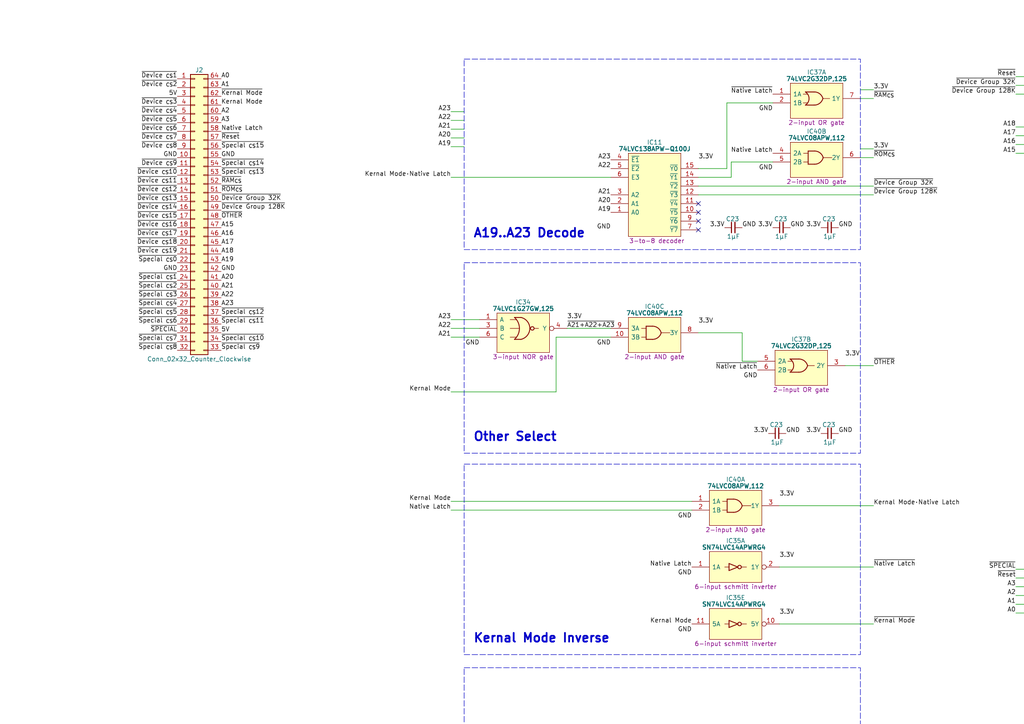
<source format=kicad_sch>
(kicad_sch (version 20230121) (generator eeschema)
  (paper "A4")
  (lib_symbols
    (symbol "Connector_Generic:Conn_02x32_Counter_Clockwise" (pin_names (offset 1.016) hide)
      (property "Reference" "J" (at 1.27 40.64 0))
      (property "Value" "Conn_02x32_Counter_Clockwise" (at 1.27 -43.18 0))
      (symbol "Conn_02x32_Counter_Clockwise_1_1"
        (pin passive line (at -5.08 38.1 0) (length 3.81) (name "Pin_1") (number "1"))
        (pin passive line (at -5.08 15.24 0) (length 3.81) (name "Pin_10") (number "10"))
        (pin passive line (at -5.08 12.7 0) (length 3.81) (name "Pin_11") (number "11"))
        (pin passive line (at -5.08 10.16 0) (length 3.81) (name "Pin_12") (number "12"))
        (pin passive line (at -5.08 7.62 0) (length 3.81) (name "Pin_13") (number "13"))
        (pin passive line (at -5.08 5.08 0) (length 3.81) (name "Pin_14") (number "14"))
        (pin passive line (at -5.08 2.54 0) (length 3.81) (name "Pin_15") (number "15"))
        (pin passive line (at -5.08 0 0) (length 3.81) (name "Pin_16") (number "16"))
        (pin passive line (at -5.08 -2.54 0) (length 3.81) (name "Pin_17") (number "17"))
        (pin passive line (at -5.08 -5.08 0) (length 3.81) (name "Pin_18") (number "18"))
        (pin passive line (at -5.08 -7.62 0) (length 3.81) (name "Pin_19") (number "19"))
        (pin passive line (at -5.08 35.56 0) (length 3.81) (name "Pin_2") (number "2"))
        (pin passive line (at -5.08 -10.16 0) (length 3.81) (name "Pin_20") (number "20"))
        (pin passive line (at -5.08 -12.7 0) (length 3.81) (name "Pin_21") (number "21"))
        (pin passive line (at -5.08 -15.24 0) (length 3.81) (name "Pin_22") (number "22"))
        (pin passive line (at -5.08 -17.78 0) (length 3.81) (name "Pin_23") (number "23"))
        (pin passive line (at -5.08 -20.32 0) (length 3.81) (name "Pin_24") (number "24"))
        (pin passive line (at -5.08 -22.86 0) (length 3.81) (name "Pin_25") (number "25"))
        (pin passive line (at -5.08 -25.4 0) (length 3.81) (name "Pin_26") (number "26"))
        (pin passive line (at -5.08 -27.94 0) (length 3.81) (name "Pin_27") (number "27"))
        (pin passive line (at -5.08 -30.48 0) (length 3.81) (name "Pin_28") (number "28"))
        (pin passive line (at -5.08 -33.02 0) (length 3.81) (name "Pin_29") (number "29"))
        (pin passive line (at -5.08 33.02 0) (length 3.81) (name "Pin_3") (number "3"))
        (pin passive line (at -5.08 -35.56 0) (length 3.81) (name "Pin_30") (number "30"))
        (pin passive line (at -5.08 -38.1 0) (length 3.81) (name "Pin_31") (number "31"))
        (pin passive line (at -5.08 -40.64 0) (length 3.81) (name "Pin_32") (number "32"))
        (pin passive line (at 7.62 -40.64 180) (length 3.81) (name "Pin_33") (number "33"))
        (pin passive line (at 7.62 -38.1 180) (length 3.81) (name "Pin_34") (number "34"))
        (pin passive line (at 7.62 -35.56 180) (length 3.81) (name "Pin_35") (number "35"))
        (pin passive line (at 7.62 -33.02 180) (length 3.81) (name "Pin_36") (number "36"))
        (pin passive line (at 7.62 -30.48 180) (length 3.81) (name "Pin_37") (number "37"))
        (pin passive line (at 7.62 -27.94 180) (length 3.81) (name "Pin_38") (number "38"))
        (pin passive line (at 7.62 -25.4 180) (length 3.81) (name "Pin_39") (number "39"))
        (pin passive line (at -5.08 30.48 0) (length 3.81) (name "Pin_4") (number "4"))
        (pin passive line (at 7.62 -22.86 180) (length 3.81) (name "Pin_40") (number "40"))
        (pin passive line (at 7.62 -20.32 180) (length 3.81) (name "Pin_41") (number "41"))
        (pin passive line (at 7.62 -17.78 180) (length 3.81) (name "Pin_42") (number "42"))
        (pin passive line (at 7.62 -15.24 180) (length 3.81) (name "Pin_43") (number "43"))
        (pin passive line (at 7.62 -12.7 180) (length 3.81) (name "Pin_44") (number "44"))
        (pin passive line (at 7.62 -10.16 180) (length 3.81) (name "Pin_45") (number "45"))
        (pin passive line (at 7.62 -7.62 180) (length 3.81) (name "Pin_46") (number "46"))
        (pin passive line (at 7.62 -5.08 180) (length 3.81) (name "Pin_47") (number "47"))
        (pin passive line (at 7.62 -2.54 180) (length 3.81) (name "Pin_48") (number "48"))
        (pin passive line (at 7.62 0 180) (length 3.81) (name "Pin_49") (number "49"))
        (pin passive line (at -5.08 27.94 0) (length 3.81) (name "Pin_5") (number "5"))
        (pin passive line (at 7.62 2.54 180) (length 3.81) (name "Pin_50") (number "50"))
        (pin passive line (at 7.62 5.08 180) (length 3.81) (name "Pin_51") (number "51"))
        (pin passive line (at 7.62 7.62 180) (length 3.81) (name "Pin_52") (number "52"))
        (pin passive line (at 7.62 10.16 180) (length 3.81) (name "Pin_53") (number "53"))
        (pin passive line (at 7.62 12.7 180) (length 3.81) (name "Pin_54") (number "54"))
        (pin passive line (at 7.62 15.24 180) (length 3.81) (name "Pin_55") (number "55"))
        (pin passive line (at 7.62 17.78 180) (length 3.81) (name "Pin_56") (number "56"))
        (pin passive line (at 7.62 20.32 180) (length 3.81) (name "Pin_57") (number "57"))
        (pin passive line (at 7.62 22.86 180) (length 3.81) (name "Pin_58") (number "58"))
        (pin passive line (at 7.62 25.4 180) (length 3.81) (name "Pin_59") (number "59"))
        (pin passive line (at -5.08 25.4 0) (length 3.81) (name "Pin_6") (number "6"))
        (pin passive line (at 7.62 27.94 180) (length 3.81) (name "Pin_60") (number "60"))
        (pin passive line (at 7.62 30.48 180) (length 3.81) (name "Pin_61") (number "61"))
        (pin passive line (at 7.62 33.02 180) (length 3.81) (name "Pin_62") (number "62"))
        (pin passive line (at 7.62 35.56 180) (length 3.81) (name "Pin_63") (number "63"))
        (pin passive line (at 7.62 38.1 180) (length 3.81) (name "Pin_64") (number "64"))
        (pin passive line (at -5.08 22.86 0) (length 3.81) (name "Pin_7") (number "7"))
        (pin passive line (at -5.08 20.32 0) (length 3.81) (name "Pin_8") (number "8"))
        (pin passive line (at -5.08 17.78 0) (length 3.81) (name "Pin_9") (number "9"))
      )
    )
    (symbol "Diodes_Inc:AP7365-33WG-7" (pin_names (offset 0.762))
      (property "Reference" "IC" (at 12.7 5.08 0))
      (property "Value" "AP7365-33WG-7" (at 12.7 3.175 0))
      (property "Description" "3.3V LDO voltage regulator" (at 12.7 -8.255 0))
      (symbol "AP7365-33WG-7_0_0"
        (pin passive line (at 0 0 0) (length 5.08) (name "VIN") (number "1"))
        (pin passive line (at 0 -5.08 0) (length 5.08) (name "GND") (number "2"))
        (pin input line (at 0 -2.54 0) (length 5.08) (name "EN") (number "3"))
        (pin passive line (at 25.4 -5.08 180) (length 5.08) (name "ADJ") (number "4"))
        (pin passive line (at 25.4 0 180) (length 5.08) (name "VOUT") (number "5"))
      )
    )
    (symbol "HCP65:C_0805" (pin_numbers hide) (pin_names (offset 0.254) hide)
      (property "Reference" "C" (at 2.286 2.54 0))
      (property "Value" "?μF" (at 2.54 -2.54 0))
      (symbol "C_0805_1_1"
        (pin passive line (at 0 0 0) (length 2.032) (name "~") (number "1"))
        (pin passive line (at 5.08 0 180) (length 2.032) (name "~") (number "2"))
      )
    )
    (symbol "Nexperia:74LVC08APW,112_Multi" (pin_names (offset 0.762))
      (property "Reference" "IC" (at 12.7 6.35 0))
      (property "Value" "74LVC08APW,112" (at 12.7 4.445 0))
      (property "Description" "2-input AND gate" (at 12.7 -8.255 0))
      (symbol "74LVC08APW,112_Multi_0_0"
        (pin passive line (at 25.4 1.27 180) (length 5.08) hide (name "3V") (number "14"))
        (pin passive line (at 0 -5.08 0) (length 5.08) hide (name "GND") (number "7"))
      )
      (symbol "74LVC08APW,112_Multi_1_0"
        (pin input line (at 0 0 0) (length 5.08) (name "1A") (number "1"))
        (pin input line (at 0 -2.54 0) (length 5.08) (name "1B") (number "2"))
        (pin passive line (at 25.4 -1.27 180) (length 5.08) (name "1Y") (number "3"))
      )
      (symbol "74LVC08APW,112_Multi_2_0"
        (pin input line (at 0 0 0) (length 5.08) (name "2A") (number "4"))
        (pin input line (at 0 -2.54 0) (length 5.08) (name "2B") (number "5"))
        (pin output line (at 25.4 -1.27 180) (length 5.08) (name "2Y") (number "6"))
      )
      (symbol "74LVC08APW,112_Multi_3_0"
        (pin input line (at 0 -2.54 0) (length 5.08) (name "3B") (number "10"))
        (pin output line (at 25.4 -1.27 180) (length 5.08) (name "3Y") (number "8"))
        (pin input line (at 0 0 0) (length 5.08) (name "3A") (number "9"))
      )
      (symbol "74LVC08APW,112_Multi_4_0"
        (pin output line (at 25.4 -1.27 180) (length 5.08) (name "4Y") (number "11"))
        (pin input line (at 0 0 0) (length 5.08) (name "4A") (number "12"))
        (pin input line (at 0 -2.54 0) (length 5.08) (name "4B") (number "13"))
      )
    )
    (symbol "Nexperia:74LVC138APW-Q100J" (pin_names (offset 0.762))
      (property "Reference" "IC" (at 12.7 3.175 0))
      (property "Value" "74LVC138APW-Q100J" (at 12.7 1.27 0))
      (property "Description" "3-to-8 decoder" (at 13.335 -25.4 0))
      (symbol "74LVC138APW-Q100J_0_0"
        (pin input line (at 0 -17.145 0) (length 5.08) (name "A0") (number "1"))
        (pin output line (at 25.4 -17.145 180) (length 5.08) (name "~{Y5}") (number "10"))
        (pin output line (at 25.4 -14.605 180) (length 5.08) (name "~{Y4}") (number "11"))
        (pin output line (at 25.4 -12.065 180) (length 5.08) (name "~{Y3}") (number "12"))
        (pin output line (at 25.4 -9.525 180) (length 5.08) (name "~{Y2}") (number "13"))
        (pin output line (at 25.4 -6.985 180) (length 5.08) (name "~{Y1}") (number "14"))
        (pin output line (at 25.4 -4.445 180) (length 5.08) (name "~{Y0}") (number "15"))
        (pin passive line (at 25.4 -1.905 180) (length 5.08) hide (name "3V") (number "16"))
        (pin input line (at 0 -14.605 0) (length 5.08) (name "A1") (number "2"))
        (pin input line (at 0 -12.065 0) (length 5.08) (name "A2") (number "3"))
        (pin input line (at 0 -1.905 0) (length 5.08) (name "~{E1}") (number "4"))
        (pin input line (at 0 -4.445 0) (length 5.08) (name "~{E2}") (number "5"))
        (pin input line (at 0 -6.985 0) (length 5.08) (name "E3") (number "6"))
        (pin output line (at 25.4 -22.225 180) (length 5.08) (name "~{Y7}") (number "7"))
        (pin passive line (at 0 -22.225 0) (length 5.08) hide (name "GND") (number "8"))
        (pin output line (at 25.4 -19.685 180) (length 5.08) (name "~{Y6}") (number "9"))
      )
    )
    (symbol "Nexperia:74LVC1G27GW,125" (pin_names (offset 0.762))
      (property "Reference" "IC" (at 12.7 5.08 0))
      (property "Value" "74LVC1G27GW,125" (at 12.7 3.175 0))
      (property "Description" "3-input NOR gate" (at 12.7 -10.795 0))
      (symbol "74LVC1G27GW,125_0_0"
        (pin input line (at 0 0 0) (length 5.08) (name "A") (number "1"))
        (pin passive line (at 0 -7.62 0) (length 5.08) hide (name "GND") (number "2"))
        (pin input line (at 0 -2.54 0) (length 5.08) (name "B") (number "3"))
        (pin passive line (at 25.4 0 180) (length 5.08) hide (name "3V") (number "5"))
        (pin input line (at 0 -5.08 0) (length 5.08) (name "C") (number "6"))
      )
      (symbol "74LVC1G27GW,125_1_0"
        (pin output inverted (at 25.4 -2.54 180) (length 5.08) (name "Y") (number "4"))
      )
    )
    (symbol "Nexperia:74LVC2G32DP,125_Multi" (pin_names (offset 0.762))
      (property "Reference" "IC" (at 12.7 6.35 0))
      (property "Value" "74LVC2G32DP,125" (at 12.7 4.445 0))
      (property "Description" "2-input OR gate" (at 12.7 -8.255 0))
      (symbol "74LVC2G32DP,125_Multi_0_0"
        (pin passive line (at 0 -5.08 0) (length 5.08) hide (name "GND") (number "4"))
        (pin passive line (at 25.4 1.27 180) (length 5.08) hide (name "VCC") (number "8"))
      )
      (symbol "74LVC2G32DP,125_Multi_1_0"
        (pin input line (at 0 0 0) (length 5.08) (name "1A") (number "1"))
        (pin input line (at 0 -2.54 0) (length 5.08) (name "1B") (number "2"))
        (pin output line (at 25.4 -1.27 180) (length 5.08) (name "1Y") (number "7"))
      )
      (symbol "74LVC2G32DP,125_Multi_2_0"
        (pin output line (at 25.4 -1.27 180) (length 5.08) (name "2Y") (number "3"))
        (pin input line (at 0 0 0) (length 5.08) (name "2A") (number "5"))
        (pin input line (at 0 -2.54 0) (length 5.08) (name "2B") (number "6"))
      )
    )
    (symbol "Texas_Instruments:SN74LVC14APWRG4 _Multi" (pin_names (offset 0.762))
      (property "Reference" "IC" (at 12.7 7.62 0))
      (property "Value" "SN74LVC14APWRG4 " (at 12.7 5.715 0))
      (property "Description" "6-input schmitt inverter" (at 12.7 -5.715 0))
      (symbol "SN74LVC14APWRG4 _Multi_0_0"
        (pin passive line (at 25.4 2.54 180) (length 5.08) hide (name "3V") (number "14"))
        (pin passive line (at 0 -2.54 0) (length 5.08) hide (name "GND") (number "7"))
      )
      (symbol "SN74LVC14APWRG4 _Multi_1_0"
        (pin input line (at 0 0 0) (length 5.08) (name "1A") (number "1"))
        (pin output inverted (at 25.4 0 180) (length 5.08) (name "1Y") (number "2"))
      )
      (symbol "SN74LVC14APWRG4 _Multi_2_0"
        (pin input line (at 0 0 0) (length 5.08) (name "2A") (number "3"))
        (pin output inverted (at 25.4 0 180) (length 5.08) (name "2Y") (number "4"))
      )
      (symbol "SN74LVC14APWRG4 _Multi_3_0"
        (pin input line (at 0 0 0) (length 5.08) (name "3A") (number "5"))
        (pin output inverted (at 25.4 0 180) (length 5.08) (name "3Y") (number "6"))
      )
      (symbol "SN74LVC14APWRG4 _Multi_4_0"
        (pin output inverted (at 25.4 0 180) (length 5.08) (name "4Y") (number "8"))
        (pin input line (at 0 0 0) (length 5.08) (name "4A") (number "9"))
      )
      (symbol "SN74LVC14APWRG4 _Multi_5_0"
        (pin output inverted (at 25.4 0 180) (length 5.08) (name "5Y") (number "10"))
        (pin input line (at 0 0 0) (length 5.08) (name "5A") (number "11"))
      )
      (symbol "SN74LVC14APWRG4 _Multi_6_0"
        (pin output inverted (at 25.4 0 180) (length 5.08) (name "6Y") (number "12"))
        (pin input line (at 0 0 0) (length 5.08) (name "6A") (number "13"))
      )
    )
  )
  (junction (at 210.185 217.17))
  (junction (at 180.975 217.17))
  (no_connect (at 202.565 61.595))
  (no_connect (at 202.565 66.675))
  (no_connect (at 298.45 170.18))
  (no_connect (at 532.13 52.07))
  (no_connect (at 206.375 222.25))
  (no_connect (at 387.35 106.68))
  (no_connect (at 494.665 35.56))
  (no_connect (at 387.35 111.76))
  (no_connect (at 387.35 109.22))
  (no_connect (at 202.565 64.135))
  (no_connect (at 387.35 114.3))
  (no_connect (at 202.565 59.055))
  (no_connect (at 532.13 36.195))
  (wire (pts (xy 253.365 106.045) (xy 245.11 106.045)))
  (wire (pts (xy 417.195 46.99) (xy 387.35 46.99)))
  (wire (pts (xy 210.82 29.845) (xy 210.82 48.895)))
  (wire (pts (xy 417.195 177.8) (xy 386.715 177.8)))
  (wire (pts (xy 294.64 172.72) (xy 361.315 172.72)))
  (wire (pts (xy 337.185 64.135) (xy 361.95 64.135)))
  (wire (pts (xy 253.365 146.685) (xy 226.06 146.685)))
  (wire (pts (xy 210.82 48.895) (xy 202.565 48.895)))
  (wire (pts (xy 417.195 71.755) (xy 387.35 71.755)))
  (wire (pts (xy 294.64 24.765) (xy 298.45 24.765)))
  (wire (pts (xy 417.195 208.28) (xy 386.715 208.28)))
  (wire (pts (xy 417.195 49.53) (xy 387.35 49.53)))
  (wire (pts (xy 215.265 104.775) (xy 219.71 104.775)))
  (wire (pts (xy 215.265 96.52) (xy 215.265 104.775)))
  (wire (pts (xy 253.365 26.035) (xy 249.555 26.035)))
  (wire (pts (xy 417.195 76.835) (xy 387.35 76.835)))
  (wire (pts (xy 417.195 96.52) (xy 387.35 96.52)))
  (wire (pts (xy 212.09 51.435) (xy 212.09 46.99)))
  (wire (pts (xy 130.81 40.005) (xy 134.62 40.005)))
  (wire (pts (xy 417.195 167.64) (xy 386.715 167.64)))
  (wire (pts (xy 417.195 203.2) (xy 386.715 203.2)))
  (wire (pts (xy 210.185 217.17) (xy 215.265 217.17)))
  (wire (pts (xy 417.195 182.88) (xy 386.715 182.88)))
  (wire (pts (xy 417.195 79.375) (xy 387.35 79.375)))
  (wire (pts (xy 253.365 28.575) (xy 249.555 28.575)))
  (wire (pts (xy 417.195 36.83) (xy 387.35 36.83)))
  (wire (pts (xy 336.55 198.12) (xy 361.315 198.12)))
  (wire (pts (xy 226.06 180.975) (xy 253.365 180.975)))
  (wire (pts (xy 294.64 44.45) (xy 361.95 44.45)))
  (wire (pts (xy 417.195 205.74) (xy 386.715 205.74)))
  (wire (pts (xy 417.195 175.26) (xy 386.715 175.26)))
  (wire (pts (xy 332.74 165.1) (xy 332.74 162.56)))
  (wire (pts (xy 294.64 36.83) (xy 298.45 36.83)))
  (wire (pts (xy 212.09 46.99) (xy 224.155 46.99)))
  (wire (pts (xy 294.64 165.1) (xy 332.74 165.1)))
  (wire (pts (xy 294.64 22.225) (xy 298.45 22.225)))
  (wire (pts (xy 417.195 213.36) (xy 386.715 213.36)))
  (wire (pts (xy 130.81 113.665) (xy 161.29 113.665)))
  (wire (pts (xy 417.195 74.295) (xy 387.35 74.295)))
  (wire (pts (xy 294.64 167.64) (xy 361.315 167.64)))
  (wire (pts (xy 294.64 41.91) (xy 361.95 41.91)))
  (wire (pts (xy 417.195 44.45) (xy 387.35 44.45)))
  (wire (pts (xy 253.365 56.515) (xy 202.565 56.515)))
  (wire (pts (xy 210.185 222.25) (xy 210.185 217.17)))
  (wire (pts (xy 417.195 41.91) (xy 387.35 41.91)))
  (wire (pts (xy 253.365 53.975) (xy 202.565 53.975)))
  (wire (pts (xy 130.81 42.545) (xy 134.62 42.545)))
  (wire (pts (xy 417.195 215.9) (xy 386.715 215.9)))
  (wire (pts (xy 130.81 95.25) (xy 139.065 95.25)))
  (wire (pts (xy 130.81 97.79) (xy 139.065 97.79)))
  (wire (pts (xy 294.64 177.8) (xy 361.315 177.8)))
  (wire (pts (xy 417.195 210.82) (xy 386.715 210.82)))
  (wire (pts (xy 294.64 170.18) (xy 298.45 170.18)))
  (wire (pts (xy 130.81 34.925) (xy 134.62 34.925)))
  (wire (pts (xy 130.81 37.465) (xy 134.62 37.465)))
  (wire (pts (xy 164.465 95.25) (xy 177.165 95.25)))
  (wire (pts (xy 130.81 145.415) (xy 200.66 145.415)))
  (wire (pts (xy 417.195 198.12) (xy 386.715 198.12)))
  (wire (pts (xy 332.74 162.56) (xy 361.315 162.56)))
  (wire (pts (xy 417.195 200.66) (xy 386.715 200.66)))
  (wire (pts (xy 417.195 64.135) (xy 387.35 64.135)))
  (wire (pts (xy 130.81 32.385) (xy 134.62 32.385)))
  (wire (pts (xy 417.195 31.75) (xy 387.35 31.75)))
  (wire (pts (xy 417.195 104.14) (xy 387.35 104.14)))
  (wire (pts (xy 161.29 113.665) (xy 161.29 97.79)))
  (wire (pts (xy 417.195 39.37) (xy 387.35 39.37)))
  (wire (pts (xy 294.64 27.305) (xy 298.45 27.305)))
  (wire (pts (xy 253.365 43.18) (xy 249.555 43.18)))
  (wire (pts (xy 224.155 29.845) (xy 210.82 29.845)))
  (wire (pts (xy 130.81 147.955) (xy 200.66 147.955)))
  (wire (pts (xy 165.735 217.17) (xy 165.735 222.25)))
  (wire (pts (xy 180.975 217.17) (xy 180.975 219.71)))
  (wire (pts (xy 417.195 66.675) (xy 387.35 66.675)))
  (wire (pts (xy 206.375 217.17) (xy 210.185 217.17)))
  (wire (pts (xy 417.195 172.72) (xy 386.715 172.72)))
  (wire (pts (xy 165.735 217.17) (xy 180.975 217.17)))
  (wire (pts (xy 417.195 81.915) (xy 387.35 81.915)))
  (wire (pts (xy 417.195 34.29) (xy 387.35 34.29)))
  (wire (pts (xy 130.81 92.71) (xy 139.065 92.71)))
  (wire (pts (xy 202.565 51.435) (xy 212.09 51.435)))
  (wire (pts (xy 417.195 180.34) (xy 386.715 180.34)))
  (wire (pts (xy 253.365 45.72) (xy 249.555 45.72)))
  (wire (pts (xy 417.195 101.6) (xy 387.35 101.6)))
  (wire (pts (xy 161.29 97.79) (xy 177.165 97.79)))
  (wire (pts (xy 165.735 222.25) (xy 167.005 222.25)))
  (wire (pts (xy 226.06 164.465) (xy 253.365 164.465)))
  (wire (pts (xy 417.195 165.1) (xy 386.715 165.1)))
  (wire (pts (xy 417.195 69.215) (xy 387.35 69.215)))
  (wire (pts (xy 294.64 39.37) (xy 361.95 39.37)))
  (wire (pts (xy 417.195 99.06) (xy 387.35 99.06)))
  (wire (pts (xy 130.81 51.435) (xy 177.165 51.435)))
  (wire (pts (xy 202.565 96.52) (xy 215.265 96.52)))
  (wire (pts (xy 294.64 175.26) (xy 361.315 175.26)))
  (wire (pts (xy 417.195 170.18) (xy 386.715 170.18)))
  (rectangle (start 134.62 76.2) (end 249.555 131.445) (stroke (width 0) (type dash)))
  (rectangle (start 459.105 17.145) (end 574.04 72.39) (stroke (width 0) (type dash)))
  (rectangle (start 134.62 134.62) (end 249.555 189.865) (stroke (width 0) (type dash)))
  (rectangle (start 298.45 134.62) (end 413.385 248.92) (stroke (width 0) (type dash)))
  (rectangle (start 134.62 17.145) (end 249.555 72.39) (stroke (width 0) (type dash)))
  (rectangle (start 298.45 17.145) (end 413.385 131.445) (stroke (width 0) (type dash)))
  (rectangle (start 134.62 193.675) (end 249.555 248.92) (stroke (width 0) (type dash)))
  (text "Spares" (at 461.645 69.215 0) (effects (font (size 2.54 2.54) (thickness 0.508) bold) (justify left bottom)))
  (text "A19..A23 Decode" (at 137.16 69.215 0) (effects (font (size 2.54 2.54) (thickness 0.508) bold) (justify left bottom)))
  (text "Device Select" (at 300.355 130.175 0) (effects (font (size 2.54 2.54) (thickness 0.508) bold) (justify left bottom)))
  (text "Special Address Select" (at 300.355 247.65 0) (effects (font (size 2.54 2.54) (thickness 0.508) bold) (justify left bottom)))
  (text "Kernal Mode Inverse" (at 137.16 186.69 0) (effects (font (size 2.54 2.54) (thickness 0.508) bold) (justify left bottom)))
  (text "Power" (at 137.16 245.745 0) (effects (font (size 2.54 2.54) (thickness 0.508) bold) (justify left bottom)))
  (text "Other Select" (at 137.16 128.27 0) (effects (font (size 2.54 2.54) (thickness 0.508) bold) (justify left bottom)))
  (label "A15" (at 361.95 76.835 180))
  (label "~{Device _{CS}17}" (at 51.435 68.58 180))
  (label "GND" (at 177.165 66.675 180))
  (label "~{Device _{CS}10}" (at 417.195 69.215 0))
  (label "3.3V" (at 532.13 49.53 0))
  (label "A1" (at 64.135 25.4 0))
  (label "~{Device Group 128K}" (at 64.135 60.96 0))
  (label "~{Special _{CS}1}" (at 51.435 81.28 180))
  (label "~{Special _{CS}15}" (at 64.135 43.18 0))
  (label "3.3V" (at 238.125 125.73 180))
  (label "~{Special _{CS}9}" (at 417.195 200.66 0))
  (label "3.3V" (at 164.465 92.71 0))
  (label "3.3V" (at 386.715 162.56 0))
  (label "~{Device Group 32K}" (at 361.95 29.21 180))
  (label "~{ROM_{CS}}" (at 64.135 55.88 0))
  (label "~{Special _{CS}8}" (at 51.435 101.6 180))
  (label "GND" (at 506.73 53.34 180))
  (label "GND" (at 215.265 66.04 0))
  (label "~{Special _{CS}5}" (at 51.435 91.44 180))
  (label "GND" (at 506.73 36.195 180))
  (label "GND" (at 390.525 125.73 0))
  (label "A20" (at 130.81 40.005 180))
  (label "~{Device _{CS}9}" (at 51.435 48.26 180))
  (label "~{Device _{CS}4}" (at 417.195 41.91 0))
  (label "GND" (at 219.71 109.855 180))
  (label "3.3V" (at 202.565 93.98 0))
  (label "GND" (at 180.975 222.25 180))
  (label "A17" (at 294.64 39.37 180))
  (label "3.3V" (at 224.155 66.04 180))
  (label "~{Special _{CS}0}" (at 417.195 165.1 0))
  (label "GND" (at 361.315 215.9 180))
  (label "3.3V" (at 401.955 243.205 180))
  (label "GND" (at 361.95 49.53 180))
  (label "~{Device Group 32K}" (at 361.95 61.595 180))
  (label "~{Device _{CS}14}" (at 417.195 79.375 0))
  (label "~{SPECIAL}" (at 417.195 31.75 0))
  (label "Kernal Mode" (at 130.81 113.665 180))
  (label "~{RAM_{CS}}" (at 64.135 53.34 0))
  (label "3.3V" (at 494.665 33.02 0))
  (label "A22" (at 130.81 95.25 180))
  (label "~{Device _{CS}9}" (at 417.195 66.675 0))
  (label "3.3V" (at 387.35 93.98 0))
  (label "~{Device Group 128K}" (at 294.64 27.305 180))
  (label "~{Device _{CS}12}" (at 417.195 74.295 0))
  (label "~{Special _{CS}3}" (at 417.195 172.72 0))
  (label "~{Device _{CS}7}" (at 51.435 40.64 180))
  (label "A22" (at 64.135 86.36 0))
  (label "GND" (at 200.66 167.005 180))
  (label "GND" (at 215.265 222.25 0))
  (label "~{Device _{CS}3}" (at 51.435 30.48 180))
  (label "A18" (at 361.95 106.68 180))
  (label "~{Special _{CS}3}" (at 51.435 86.36 180))
  (label "~{Device _{CS}1}" (at 51.435 22.86 180))
  (label "~{Special _{CS}6}" (at 51.435 93.98 180))
  (label "GND" (at 224.155 49.53 180))
  (label "~{Device _{CS}19}" (at 417.195 104.14 0))
  (label "~{Special _{CS}13}" (at 417.195 210.82 0))
  (label "~{Special _{CS}2}" (at 417.195 170.18 0))
  (label "3.3V" (at 253.365 26.035 0))
  (label "Kernal Mode·Native Latch" (at 253.365 146.685 0))
  (label "A17" (at 64.135 71.12 0))
  (label "Native Latch" (at 130.81 147.955 180))
  (label "~{Device _{CS}2}" (at 417.195 36.83 0))
  (label "~{Device Group 128K}" (at 253.365 56.515 0))
  (label "~{Special _{CS}6}" (at 417.195 180.34 0))
  (label "A3" (at 294.64 170.18 180))
  (label "~{Reset}" (at 361.95 99.06 180))
  (label "3.3V" (at 253.365 43.18 0))
  (label "A18" (at 361.95 31.75 180))
  (label "A16" (at 294.64 41.91 180))
  (label "~{SPECIAL}" (at 294.64 165.1 180))
  (label "GND" (at 139.065 100.33 180))
  (label "A23" (at 177.165 46.355 180))
  (label "Kernal Mode" (at 130.81 145.415 180))
  (label "~{Special _{CS}11}" (at 64.135 93.98 0))
  (label "~{Special _{CS}0}" (at 51.435 76.2 180))
  (label "GND" (at 229.235 66.04 0))
  (label "~{Device _{CS}15}" (at 51.435 63.5 180))
  (label "~{Reset}" (at 311.785 64.135 180))
  (label "~{Device _{CS}13}" (at 51.435 58.42 180))
  (label "~{Special _{CS}2}" (at 51.435 83.82 180))
  (label "~{Special _{CS}5}" (at 417.195 177.8 0))
  (label "Native Latch" (at 200.66 164.465 180))
  (label "A21" (at 64.135 83.82 0))
  (label "GND" (at 311.785 66.675 180))
  (label "3.3V" (at 226.06 178.435 0))
  (label "Native Latch" (at 224.155 44.45 180))
  (label "Kernal Mode" (at 200.66 180.975 180))
  (label "A16" (at 64.135 68.58 0))
  (label "GND" (at 361.95 81.915 180))
  (label "A18" (at 64.135 73.66 0))
  (label "A22" (at 177.165 48.895 180))
  (label "GND" (at 243.205 125.73 0))
  (label "3.3V" (at 226.06 161.925 0))
  (label "~{Reset}" (at 294.64 22.225 180))
  (label "~{Reset}" (at 64.135 40.64 0))
  (label "A19" (at 64.135 76.2 0))
  (label "~{Native Latch}" (at 253.365 164.465 0))
  (label "GND" (at 361.95 114.3 180))
  (label "~{Special _{CS}7}" (at 417.195 182.88 0))
  (label "3.3V" (at 215.265 217.17 0))
  (label "A15" (at 294.64 44.45 180))
  (label "~{Special _{CS}1}" (at 417.195 167.64 0))
  (label "A19" (at 130.81 42.545 180))
  (label "~{Reset}" (at 294.64 167.64 180))
  (label "GND" (at 64.135 78.74 0))
  (label "~{Special _{CS}10}" (at 64.135 99.06 0))
  (label "~{Device _{CS}16}" (at 417.195 96.52 0))
  (label "A17" (at 361.95 71.755 180))
  (label "A23" (at 64.135 88.9 0))
  (label "~{Special _{CS}4}" (at 51.435 88.9 180))
  (label "A2" (at 294.64 172.72 180))
  (label "~{A21+A22+A23}" (at 164.465 95.25 0))
  (label "~{Device Group 32K}" (at 294.64 24.765 180))
  (label "~{RAM_{CS}}" (at 253.365 28.575 0))
  (label "~{Special _{CS}14}" (at 64.135 48.26 0))
  (label "~{Device _{CS}5}" (at 417.195 44.45 0))
  (label "~{OTHER}" (at 64.135 63.5 0))
  (label "~{Device Group 128K}" (at 361.95 93.98 180))
  (label "3.3V" (at 337.185 61.595 0))
  (label "~{Device _{CS}1}" (at 417.195 34.29 0))
  (label "A19" (at 177.165 61.595 180))
  (label "3.3V" (at 202.565 46.355 0))
  (label "3.3V" (at 336.55 195.58 0))
  (label "~{SPECIAL}" (at 361.315 195.58 180))
  (label "~{Device _{CS}19}" (at 51.435 73.66 180))
  (label "A3" (at 64.135 35.56 0))
  (label "Kernal Mode·Native Latch" (at 130.81 51.435 180))
  (label "A18" (at 361.95 66.675 180))
  (label "3.3V" (at 226.06 144.145 0))
  (label "A18" (at 294.64 36.83 180))
  (label "~{Device _{CS}3}" (at 417.195 39.37 0))
  (label "~{Reset}" (at 361.315 200.66 180))
  (label "A3" (at 311.15 198.12 180))
  (label "A17" (at 361.95 109.22 180))
  (label "~{Special _{CS}7}" (at 51.435 99.06 180))
  (label "~{Device _{CS}11}" (at 417.195 71.755 0))
  (label "~{Device _{CS}8}" (at 51.435 43.18 180))
  (label "GND" (at 506.73 55.88 180))
  (label "A2" (at 64.135 33.02 0))
  (label "~{Reset}" (at 361.95 34.29 180))
  (label "~{Device _{CS}18}" (at 417.195 101.6 0))
  (label "~{Device _{CS}17}" (at 417.195 99.06 0))
  (label "A3" (at 361.315 165.1 180))
  (label "~{Native Latch}" (at 219.71 107.315 180))
  (label "~{OTHER}" (at 253.365 106.045 0))
  (label "3.3V" (at 385.445 125.73 180))
  (label "~{Device _{CS}7}" (at 417.195 49.53 0))
  (label "GND" (at 51.435 45.72 180))
  (label "GND" (at 172.085 222.25 0))
  (label "GND" (at 227.965 125.73 0))
  (label "5V" (at 51.435 27.94 180))
  (label "GND" (at 64.135 45.72 0))
  (label "~{Device _{CS}10}" (at 51.435 50.8 180))
  (label "~{Device _{CS}14}" (at 51.435 60.96 180))
  (label "GND" (at 391.795 243.205 0))
  (label "3.3V" (at 245.11 103.505 0))
  (label "3.3V" (at 210.185 66.04 180))
  (label "A16" (at 361.95 74.295 180))
  (label "GND" (at 224.155 32.385 180))
  (label "3.3V" (at 238.125 66.04 180))
  (label "3.3V" (at 387.35 61.595 0))
  (label "A21" (at 130.81 37.465 180))
  (label "GND" (at 506.73 38.735 180))
  (label "GND" (at 51.435 78.74 180))
  (label "5V" (at 64.135 96.52 0))
  (label "~{Device _{CS}2}" (at 51.435 25.4 180))
  (label "~{Device _{CS}4}" (at 51.435 33.02 180))
  (label "GND" (at 469.265 38.1 180))
  (label "A20" (at 177.165 59.055 180))
  (label "GND" (at 177.165 100.33 180))
  (label "GND" (at 506.73 50.8 180))
  (label "~{Device _{CS}18}" (at 51.435 71.12 180))
  (label "~{Special _{CS}13}" (at 64.135 50.8 0))
  (label "~{Kernal Mode}" (at 253.365 180.975 0))
  (label "~{Device _{CS}8}" (at 417.195 64.135 0))
  (label "A15" (at 64.135 66.04 0))
  (label "~{Special _{CS}11}" (at 417.195 205.74 0))
  (label "~{Special _{CS}15}" (at 417.195 215.9 0))
  (label "3.3V" (at 222.885 125.73 180))
  (label "5V" (at 165.735 217.17 180))
  (label "A0" (at 361.315 210.82 180))
  (label "~{Device Group 32K}" (at 253.365 53.975 0))
  (label "GND" (at 361.315 182.88 180))
  (label "A23" (at 130.81 32.385 180))
  (label "~{Device _{CS}12}" (at 51.435 55.88 180))
  (label "~{Native Latch}" (at 224.155 27.305 180))
  (label "~{ROM_{CS}}" (at 253.365 45.72 0))
  (label "~{Device Group 32K}" (at 64.135 58.42 0))
  (label "A1" (at 294.64 175.26 180))
  (label "~{Kernal Mode}" (at 64.135 27.94 0))
  (label "~{SPECIAL}" (at 51.435 96.52 180))
  (label "~{Special _{CS}4}" (at 417.195 175.26 0))
  (label "~{Device _{CS}11}" (at 51.435 53.34 180))
  (label "GND" (at 361.95 96.52 180))
  (label "~{Special _{CS}10}" (at 417.195 203.2 0))
  (label "3.3V" (at 369.57 125.73 180))
  (label "~{Special _{CS}8}" (at 417.195 198.12 0))
  (label "~{Special _{CS}9}" (at 64.135 101.6 0))
  (label "~{Special _{CS}14}" (at 417.195 213.36 0))
  (label "Kernal Mode" (at 64.135 30.48 0))
  (label "A21" (at 130.81 97.79 180))
  (label "3.3V" (at 386.715 195.58 0))
  (label "3.3V" (at 401.32 125.73 180))
  (label "A2" (at 361.315 205.74 180))
  (label "A0" (at 64.135 22.86 0))
  (label "GND" (at 361.95 104.14 180))
  (label "~{Device _{CS}15}" (at 417.195 81.915 0))
  (label "3.3V" (at 532.13 33.655 0))
  (label "~{Device _{CS}5}" (at 51.435 35.56 180))
  (label "Native Latch" (at 64.135 38.1 0))
  (label "GND" (at 200.66 150.495 180))
  (label "~{Device _{CS}13}" (at 417.195 76.835 0))
  (label "~{Device _{CS}6}" (at 51.435 38.1 180))
  (label "A0" (at 294.64 177.8 180))
  (label "A1" (at 361.315 208.28 180))
  (label "~{Special _{CS}12}" (at 64.135 91.44 0))
  (label "GND" (at 469.265 35.56 180))
  (label "A22" (at 130.81 34.925 180))
  (label "A23" (at 130.81 92.71 180))
  (label "~{Device _{CS}6}" (at 417.195 46.99 0))
  (label "~{Special _{CS}12}" (at 417.195 208.28 0))
  (label "A20" (at 64.135 81.28 0))
  (label "GND" (at 311.15 200.66 180))
  (label "A21" (at 177.165 56.515 180))
  (label "GND" (at 243.205 66.04 0))
  (label "GND" (at 200.66 183.515 180))
  (label "~{Device _{CS}16}" (at 51.435 66.04 180))
  (label "3.3V" (at 386.715 243.205 180))
  (label "GND" (at 374.65 125.73 0))
  (label "GND" (at 407.035 243.205 0))
  (label "GND" (at 406.4 125.73 0))
  (label "3.3V" (at 387.35 29.21 0))
  (symbol (lib_id "HCP65:C_0805") (at 369.57 125.73 0) (unit 1)
    (property "Reference" "C23" (at 371.856 123.19 0))
    (property "Value" "1μF" (at 372.11 128.27 0))
    (property "Footprint" "SamacSys_Parts:C_0805" (effects hide))
    (instances (project "Pico Sound" (path "" (reference "C23") (unit 1))) (project "HCP65 Address Decode" (path "" (reference "C1") (unit 1)) (path "" (reference "C36") (unit 1))))
  )
  (symbol (lib_id "Texas_Instruments:SN74LVC14APWRG4 _Multi") (at 200.66 180.975 0) (unit 5)
    (property "Reference" "IC35" (at 213.36 173.355 0))
    (property "Value" "SN74LVC14APWRG4 " (at 213.36 175.26 0) (effects (font bold)))
    (property "Footprint" "SOP65P640X110-14N" (effects hide))
    (property "Datasheet" "https://www.ti.com/lit/ds/symlink/sn54lvc14a-sp.pdf?HQS=dis-mous-null-mousermode-dsf-pf-null-wwe&ts=1698388139196&ref_url=https%253A%252F%252Fwww.mouser.de%252F" (effects hide))
    (property "Description" "6-input schmitt inverter" (at 213.36 186.69 0))
    (property "Height" "1.1" (effects hide))
    (property "Manufacturer_Name" "Nexperia" (effects hide))
    (property "Manufacturer_Part_Number" "SN74LVC14APWRG4 " (effects hide))
    (property "Mouser Part Number" "SN74LVC14APWRG4 " (effects hide))
    (property "Mouser Price/Stock" "https://www.mouser.co.uk/ProductDetail/Nexperia/74LVC04APW118?qs=me8TqzrmIYUA5zXidd9%2F4g%3D%3D" (effects hide))
    (property "Silkscreen" "74LVC14" (effects hide))
  )
  (symbol (lib_id "HCP65:C_0805") (at 210.185 66.04 0) (unit 1)
    (property "Reference" "C23" (at 212.471 63.5 0))
    (property "Value" "1μF" (at 212.725 68.58 0))
    (property "Footprint" "SamacSys_Parts:C_0805" (effects hide))
    (instances (project "Pico Sound" (path "" (reference "C23") (unit 1))) (project "HCP65 Address Decode" (path "" (reference "C1") (unit 1)) (path "" (reference "C31") (unit 1))))
  )
  (symbol (lib_id "Nexperia:74LVC08APW,112_Multi") (at 506.73 50.8 0) (unit 4)
    (property "Reference" "IC40" (at 519.43 44.45 0))
    (property "Value" "74LVC08APW,112" (at 519.43 46.355 0) (effects (font bold)))
    (property "Footprint" "SOP65P640X110-14N" (effects hide))
    (property "Datasheet" "https://assets.nexperia.com/documents/data-sheet/74LVC08A.pdf" (effects hide))
    (property "Description" "2-input AND gate" (at 519.43 59.055 0))
    (property "Height" "1.1" (effects hide))
    (property "Manufacturer_Name" "Nexperia" (effects hide))
    (property "Manufacturer_Part_Number" "74LVC08APW,112" (effects hide))
    (property "Mouser Part Number" "771-74LVC08APW" (effects hide))
    (property "Mouser Price/Stock" "https://www.mouser.com/Search/Refine.aspx?Keyword=771-74LVC08APW" (effects hide))
    (property "Silkscreen" "74LVC08" (effects hide))
  )
  (symbol (lib_id "Nexperia:74LVC138APW-Q100J") (at 361.95 27.305 0) (unit 1)
    (property "Reference" "IC16" (at 374.65 24.13 0))
    (property "Value" "74LVC138APW-Q100J" (at 374.65 26.035 0) (effects (font bold)))
    (property "Footprint" "SOP65P640X110-16N" (effects hide))
    (property "Datasheet" "https://assets.nexperia.com/documents/data-sheet/74LVC138A_Q100.pdf" (effects hide))
    (property "Description" "3-to-8 decoder" (at 375.285 52.705 0))
    (property "Height" "1.1" (effects hide))
    (property "Mouser Part Number" "771-74LVC138APWQ100J" (effects hide))
    (property "Mouser Price/Stock" "https://www.mouser.co.uk/ProductDetail/Nexperia/74LVC138APW-Q100J?qs=fi7yB2oewZnXKE82xo%252BhJQ%3D%3D" (effects hide))
    (property "Manufacturer_Name" "Nexperia" (effects hide))
    (property "Manufacturer_Part_Number" "74LVC138APW-Q100J" (effects hide))
    (property "Silkscreen" "74LVC138" (effects hide))
  )
  (symbol (lib_id "Nexperia:74LVC1G27GW,125") (at 139.065 92.71 0) (unit 1)
    (property "Reference" "IC34" (at 151.765 87.63 0))
    (property "Value" "74LVC1G27GW,125" (at 151.765 89.535 0) (effects (font bold)))
    (property "Footprint" "SOP65P210X110-6N" (effects hide))
    (property "Datasheet" "https://assets.nexperia.com/documents/data-sheet/74LVC1G27.pdf" (effects hide))
    (property "Description" "3-input NOR gate" (at 151.765 103.505 0))
    (property "Height" "1.1" (effects hide))
    (property "Mouser Part Number" "771-74LVC1G27GW125" (effects hide))
    (property "Mouser Price/Stock" "https://www.mouser.co.uk/ProductDetail/Nexperia/74LVC1G27GW125?qs=NQoTdinTi9Fjyw3yj%2FzFLA%3D%3D" (effects hide))
    (property "Manufacturer_Name" "Nexperia" (effects hide))
    (property "Manufacturer_Part_Number" "74LVC1G27GW,125" (effects hide))
    (property "Silkscreen" "'1G27" (effects hide))
  )
  (symbol (lib_id "HCP65:C_0805") (at 167.005 222.25 0) (unit 1)
    (property "Reference" "C27" (at 169.291 219.71 0))
    (property "Value" "10μF" (at 169.545 224.79 0))
    (property "Footprint" "SamacSys_Parts:C_0805" (effects hide))
    (instances (project "Pico Sound" (path "" (reference "C27") (unit 1))) (project "HCP65 Address Decode" (path "" (reference "C7") (unit 1)) (path "" (reference "C45") (unit 1))))
  )
  (symbol (lib_id "Diodes_Inc:AP7365-33WG-7") (at 180.975 217.17 0) (unit 1)
    (property "Reference" "IC2" (at 193.675 212.09 0))
    (property "Value" "AP7365-33WG-7" (at 193.675 213.995 0) (effects (font bold)))
    (property "Footprint" "SOT95P285X130-5N" (effects hide))
    (property "Datasheet" "https://componentsearchengine.com/Datasheets/1/AP7365-33WG-7.pdf" (effects hide))
    (property "Description" "3.3V LDO voltage regulator" (at 193.675 225.425 0))
    (property "Height" "1.3" (effects hide))
    (property "Manufacturer_Name" "Diodes Inc." (effects hide))
    (property "Manufacturer_Part_Number" "AP7365-33WG-7" (effects hide))
    (property "Mouser Part Number" "621-AP7365-33WG-7" (effects hide))
    (property "Mouser Price/Stock" "https://www.mouser.co.uk/ProductDetail/Diodes-Incorporated/AP7365-33WG-7?qs=abZ1nkZpTuOZFvxvoFPL0w%3D%3D" (effects hide))
    (property "Arrow Part Number" "AP7365-33WG-7" (effects hide))
    (property "Arrow Price/Stock" "https://www.arrow.com/en/products/ap7365-33wg-7/diodes-incorporated?region=nac" (effects hide))
    (property "Silkscreen" "AP7365" (effects hide))
    (instances (project "Pico Sound" (path "" (reference "IC2") (unit 1))) (project "HCP65 Address Decode" (path "" (reference "IC7") (unit 1)) (path "" (reference "IC42") (unit 1))))
  )
  (symbol (lib_id "HCP65:C_0805") (at 210.185 222.25 0) (unit 1)
    (property "Reference" "C27" (at 212.471 219.71 0))
    (property "Value" "10μF" (at 212.725 224.79 0))
    (property "Footprint" "SamacSys_Parts:C_0805" (effects hide))
    (instances (project "Pico Sound" (path "" (reference "C27") (unit 1))) (project "HCP65 Address Decode" (path "" (reference "C7") (unit 1)) (path "" (reference "C46") (unit 1))))
  )
  (symbol (lib_id "HCP65:C_0805") (at 401.32 125.73 0) (unit 1)
    (property "Reference" "C23" (at 403.606 123.19 0))
    (property "Value" "1μF" (at 403.86 128.27 0))
    (property "Footprint" "SamacSys_Parts:C_0805" (effects hide))
    (instances (project "Pico Sound" (path "" (reference "C23") (unit 1))) (project "HCP65 Address Decode" (path "" (reference "C1") (unit 1)) (path "" (reference "C38") (unit 1))))
  )
  (symbol (lib_id "HCP65:C_0805") (at 238.125 66.04 0) (unit 1)
    (property "Reference" "C23" (at 240.411 63.5 0))
    (property "Value" "1μF" (at 240.665 68.58 0))
    (property "Footprint" "SamacSys_Parts:C_0805" (effects hide))
    (instances (project "Pico Sound" (path "" (reference "C23") (unit 1))) (project "HCP65 Address Decode" (path "" (reference "C1") (unit 1)) (path "" (reference "C34") (unit 1))))
  )
  (symbol (lib_id "Nexperia:74LVC138APW-Q100J") (at 361.315 160.655 0) (unit 1)
    (property "Reference" "IC38" (at 374.015 157.48 0))
    (property "Value" "74LVC138APW-Q100J" (at 374.015 159.385 0) (effects (font bold)))
    (property "Footprint" "SOP65P640X110-16N" (effects hide))
    (property "Datasheet" "https://assets.nexperia.com/documents/data-sheet/74LVC138A_Q100.pdf" (effects hide))
    (property "Description" "3-to-8 decoder" (at 374.65 186.055 0))
    (property "Height" "1.1" (effects hide))
    (property "Mouser Part Number" "771-74LVC138APWQ100J" (effects hide))
    (property "Mouser Price/Stock" "https://www.mouser.co.uk/ProductDetail/Nexperia/74LVC138APW-Q100J?qs=fi7yB2oewZnXKE82xo%252BhJQ%3D%3D" (effects hide))
    (property "Manufacturer_Name" "Nexperia" (effects hide))
    (property "Manufacturer_Part_Number" "74LVC138APW-Q100J" (effects hide))
    (property "Silkscreen" "74LVC138" (effects hide))
  )
  (symbol (lib_id "Texas_Instruments:SN74LVC14APWRG4 _Multi") (at 469.265 35.56 0) (unit 2)
    (property "Reference" "IC35" (at 481.965 27.94 0))
    (property "Value" "SN74LVC14APWRG4 " (at 481.965 29.845 0) (effects (font bold)))
    (property "Footprint" "SOP65P640X110-14N" (effects hide))
    (property "Datasheet" "https://www.ti.com/lit/ds/symlink/sn54lvc14a-sp.pdf?HQS=dis-mous-null-mousermode-dsf-pf-null-wwe&ts=1698388139196&ref_url=https%253A%252F%252Fwww.mouser.de%252F" (effects hide))
    (property "Description" "6-input schmitt inverter" (at 481.965 41.275 0))
    (property "Height" "1.1" (effects hide))
    (property "Manufacturer_Name" "Nexperia" (effects hide))
    (property "Manufacturer_Part_Number" "SN74LVC14APWRG4 " (effects hide))
    (property "Mouser Part Number" "SN74LVC14APWRG4 " (effects hide))
    (property "Mouser Price/Stock" "https://www.mouser.co.uk/ProductDetail/Nexperia/74LVC04APW118?qs=me8TqzrmIYUA5zXidd9%2F4g%3D%3D" (effects hide))
    (property "Silkscreen" "74LVC14" (effects hide))
  )
  (symbol (lib_id "Nexperia:74LVC08APW,112_Multi") (at 177.165 95.25 0) (unit 3)
    (property "Reference" "IC40" (at 189.865 88.9 0))
    (property "Value" "74LVC08APW,112" (at 189.865 90.805 0) (effects (font bold)))
    (property "Footprint" "SOP65P640X110-14N" (effects hide))
    (property "Datasheet" "https://assets.nexperia.com/documents/data-sheet/74LVC08A.pdf" (effects hide))
    (property "Description" "2-input AND gate" (at 189.865 103.505 0))
    (property "Height" "1.1" (effects hide))
    (property "Manufacturer_Name" "Nexperia" (effects hide))
    (property "Manufacturer_Part_Number" "74LVC08APW,112" (effects hide))
    (property "Mouser Part Number" "771-74LVC08APW" (effects hide))
    (property "Mouser Price/Stock" "https://www.mouser.com/Search/Refine.aspx?Keyword=771-74LVC08APW" (effects hide))
    (property "Silkscreen" "74LVC08" (effects hide))
  )
  (symbol (lib_id "HCP65:C_0805") (at 386.715 243.205 0) (unit 1)
    (property "Reference" "C23" (at 389.001 240.665 0))
    (property "Value" "1μF" (at 389.255 245.745 0))
    (property "Footprint" "SamacSys_Parts:C_0805" (effects hide))
    (instances (project "Pico Sound" (path "" (reference "C23") (unit 1))) (project "HCP65 Address Decode" (path "" (reference "C1") (unit 1)) (path "" (reference "C39") (unit 1))))
  )
  (symbol (lib_id "HCP65:C_0805") (at 222.885 125.73 0) (unit 1)
    (property "Reference" "C23" (at 225.171 123.19 0))
    (property "Value" "1μF" (at 225.425 128.27 0))
    (property "Footprint" "SamacSys_Parts:C_0805" (effects hide))
    (instances (project "Pico Sound" (path "" (reference "C23") (unit 1))) (project "HCP65 Address Decode" (path "" (reference "C1") (unit 1)) (path "" (reference "C33") (unit 1))))
  )
  (symbol (lib_id "HCP65:C_0805") (at 224.155 66.04 0) (unit 1)
    (property "Reference" "C23" (at 226.441 63.5 0))
    (property "Value" "1μF" (at 226.695 68.58 0))
    (property "Footprint" "SamacSys_Parts:C_0805" (effects hide))
    (instances (project "Pico Sound" (path "" (reference "C23") (unit 1))) (project "HCP65 Address Decode" (path "" (reference "C1") (unit 1)) (path "" (reference "C32") (unit 1))))
  )
  (symbol (lib_id "HCP65:C_0805") (at 385.445 125.73 0) (unit 1)
    (property "Reference" "C23" (at 387.731 123.19 0))
    (property "Value" "1μF" (at 387.985 128.27 0))
    (property "Footprint" "SamacSys_Parts:C_0805" (effects hide))
    (instances (project "Pico Sound" (path "" (reference "C23") (unit 1))) (project "HCP65 Address Decode" (path "" (reference "C1") (unit 1)) (path "" (reference "C37") (unit 1))))
  )
  (symbol (lib_id "Texas_Instruments:SN74LVC14APWRG4 _Multi") (at 200.66 164.465 0) (unit 1)
    (property "Reference" "IC35" (at 213.36 156.845 0))
    (property "Value" "SN74LVC14APWRG4 " (at 213.36 158.75 0) (effects (font bold)))
    (property "Footprint" "SOP65P640X110-14N" (effects hide))
    (property "Datasheet" "https://www.ti.com/lit/ds/symlink/sn54lvc14a-sp.pdf?HQS=dis-mous-null-mousermode-dsf-pf-null-wwe&ts=1698388139196&ref_url=https%253A%252F%252Fwww.mouser.de%252F" (effects hide))
    (property "Description" "6-input schmitt inverter" (at 213.36 170.18 0))
    (property "Height" "1.1" (effects hide))
    (property "Manufacturer_Name" "Nexperia" (effects hide))
    (property "Manufacturer_Part_Number" "SN74LVC14APWRG4 " (effects hide))
    (property "Mouser Part Number" "SN74LVC14APWRG4 " (effects hide))
    (property "Mouser Price/Stock" "https://www.mouser.co.uk/ProductDetail/Nexperia/74LVC04APW118?qs=me8TqzrmIYUA5zXidd9%2F4g%3D%3D" (effects hide))
    (property "Silkscreen" "74LVC14" (effects hide))
  )
  (symbol (lib_id "Nexperia:74LVC138APW-Q100J") (at 361.95 92.075 0) (unit 1)
    (property "Reference" "IC33" (at 374.65 88.9 0))
    (property "Value" "74LVC138APW-Q100J" (at 374.65 90.805 0) (effects (font bold)))
    (property "Footprint" "SOP65P640X110-16N" (effects hide))
    (property "Datasheet" "https://assets.nexperia.com/documents/data-sheet/74LVC138A_Q100.pdf" (effects hide))
    (property "Description" "3-to-8 decoder" (at 375.285 117.475 0))
    (property "Height" "1.1" (effects hide))
    (property "Mouser Part Number" "771-74LVC138APWQ100J" (effects hide))
    (property "Mouser Price/Stock" "https://www.mouser.co.uk/ProductDetail/Nexperia/74LVC138APW-Q100J?qs=fi7yB2oewZnXKE82xo%252BhJQ%3D%3D" (effects hide))
    (property "Manufacturer_Name" "Nexperia" (effects hide))
    (property "Manufacturer_Part_Number" "74LVC138APW-Q100J" (effects hide))
    (property "Silkscreen" "74LVC138" (effects hide))
  )
  (symbol (lib_id "HCP65:C_0805") (at 238.125 125.73 0) (unit 1)
    (property "Reference" "C23" (at 240.411 123.19 0))
    (property "Value" "1μF" (at 240.665 128.27 0))
    (property "Footprint" "SamacSys_Parts:C_0805" (effects hide))
    (instances (project "Pico Sound" (path "" (reference "C23") (unit 1))) (project "HCP65 Address Decode" (path "" (reference "C1") (unit 1)) (path "" (reference "C35") (unit 1))))
  )
  (symbol (lib_id "Connector_Generic:Conn_02x32_Counter_Clockwise") (at 56.515 60.96 0) (unit 1)
    (property "Reference" "J7" (at 57.785 20.32 0))
    (property "Value" "Conn_02x32_Counter_Clockwise" (at 57.785 104.14 0))
    (property "Footprint" "SamacSys_Parts:DIP-64_Board_W22.86mm" (effects hide))
    (instances (project "HCP65 Address Decode" (path "" (reference "J2") (unit 1))))
  )
  (symbol (lib_id "Nexperia:74LVC2G32DP,125_Multi") (at 219.71 104.775 0) (unit 2)
    (property "Reference" "IC37" (at 232.41 98.425 0))
    (property "Value" "74LVC2G32DP,125" (at 232.41 100.33 0) (effects (font bold)))
    (property "Footprint" "SOP65P400X110-8N" (effects hide))
    (property "Datasheet" "https://assets.nexperia.com/documents/data-sheet/74LVC2G32.pdf" (effects hide))
    (property "Description" "2-input OR gate" (at 232.41 113.03 0))
    (property "Height" "1.1" (effects hide))
    (property "Manufacturer_Name" "Nexperia" (effects hide))
    (property "Manufacturer_Part_Number" "74LVC2G32DP,125" (effects hide))
    (property "Mouser Part Number" "771-LVC2G32DP125" (effects hide))
    (property "Mouser Price/Stock" "https://www.mouser.co.uk/ProductDetail/Nexperia/74LVC2G32DP125?qs=me8TqzrmIYW%2FQ9dGbQTEYg%3D%3D" (effects hide))
    (property "Silkscreen" "'2G32" (effects hide))
  )
  (symbol (lib_id "Nexperia:74LVC08APW,112_Multi") (at 200.66 145.415 0) (unit 1)
    (property "Reference" "IC40" (at 213.36 139.065 0))
    (property "Value" "74LVC08APW,112" (at 213.36 140.97 0) (effects (font bold)))
    (property "Footprint" "SOP65P640X110-14N" (effects hide))
    (property "Datasheet" "https://assets.nexperia.com/documents/data-sheet/74LVC08A.pdf" (effects hide))
    (property "Description" "2-input AND gate" (at 213.36 153.67 0))
    (property "Height" "1.1" (effects hide))
    (property "Manufacturer_Name" "Nexperia" (effects hide))
    (property "Manufacturer_Part_Number" "74LVC08APW,112" (effects hide))
    (property "Mouser Part Number" "771-74LVC08APW" (effects hide))
    (property "Mouser Price/Stock" "https://www.mouser.com/Search/Refine.aspx?Keyword=771-74LVC08APW" (effects hide))
    (property "Silkscreen" "74LVC08" (effects hide))
  )
  (symbol (lib_id "Texas_Instruments:SN74LVC14APWRG4 _Multi") (at 311.15 198.12 0) (unit 4)
    (property "Reference" "IC35" (at 323.85 190.5 0))
    (property "Value" "SN74LVC14APWRG4 " (at 323.85 192.405 0) (effects (font bold)))
    (property "Footprint" "SOP65P640X110-14N" (effects hide))
    (property "Datasheet" "https://www.ti.com/lit/ds/symlink/sn54lvc14a-sp.pdf?HQS=dis-mous-null-mousermode-dsf-pf-null-wwe&ts=1698388139196&ref_url=https%253A%252F%252Fwww.mouser.de%252F" (effects hide))
    (property "Description" "6-input schmitt inverter" (at 323.85 203.835 0))
    (property "Height" "1.1" (effects hide))
    (property "Manufacturer_Name" "Nexperia" (effects hide))
    (property "Manufacturer_Part_Number" "SN74LVC14APWRG4 " (effects hide))
    (property "Mouser Part Number" "SN74LVC14APWRG4 " (effects hide))
    (property "Mouser Price/Stock" "https://www.mouser.co.uk/ProductDetail/Nexperia/74LVC04APW118?qs=me8TqzrmIYUA5zXidd9%2F4g%3D%3D" (effects hide))
    (property "Silkscreen" "74LVC14" (effects hide))
  )
  (symbol (lib_id "Nexperia:74LVC138APW-Q100J") (at 177.165 44.45 0) (unit 1)
    (property "Reference" "IC11" (at 189.865 41.275 0))
    (property "Value" "74LVC138APW-Q100J" (at 189.865 43.18 0) (effects (font bold)))
    (property "Footprint" "SOP65P640X110-16N" (effects hide))
    (property "Datasheet" "https://assets.nexperia.com/documents/data-sheet/74LVC138A_Q100.pdf" (effects hide))
    (property "Description" "3-to-8 decoder" (at 190.5 69.85 0))
    (property "Height" "1.1" (effects hide))
    (property "Mouser Part Number" "771-74LVC138APWQ100J" (effects hide))
    (property "Mouser Price/Stock" "https://www.mouser.co.uk/ProductDetail/Nexperia/74LVC138APW-Q100J?qs=fi7yB2oewZnXKE82xo%252BhJQ%3D%3D" (effects hide))
    (property "Manufacturer_Name" "Nexperia" (effects hide))
    (property "Manufacturer_Part_Number" "74LVC138APW-Q100J" (effects hide))
    (property "Silkscreen" "74LVC138" (effects hide))
  )
  (symbol (lib_id "Nexperia:74LVC138APW-Q100J") (at 361.315 193.675 0) (unit 1)
    (property "Reference" "IC39" (at 374.015 190.5 0))
    (property "Value" "74LVC138APW-Q100J" (at 374.015 192.405 0) (effects (font bold)))
    (property "Footprint" "SOP65P640X110-16N" (effects hide))
    (property "Datasheet" "https://assets.nexperia.com/documents/data-sheet/74LVC138A_Q100.pdf" (effects hide))
    (property "Description" "3-to-8 decoder" (at 374.65 219.075 0))
    (property "Height" "1.1" (effects hide))
    (property "Mouser Part Number" "771-74LVC138APWQ100J" (effects hide))
    (property "Mouser Price/Stock" "https://www.mouser.co.uk/ProductDetail/Nexperia/74LVC138APW-Q100J?qs=fi7yB2oewZnXKE82xo%252BhJQ%3D%3D" (effects hide))
    (property "Manufacturer_Name" "Nexperia" (effects hide))
    (property "Manufacturer_Part_Number" "74LVC138APW-Q100J" (effects hide))
    (property "Silkscreen" "74LVC138" (effects hide))
  )
  (symbol (lib_id "HCP65:C_0805") (at 401.955 243.205 0) (unit 1)
    (property "Reference" "C23" (at 404.241 240.665 0))
    (property "Value" "1μF" (at 404.495 245.745 0))
    (property "Footprint" "SamacSys_Parts:C_0805" (effects hide))
    (instances (project "Pico Sound" (path "" (reference "C23") (unit 1))) (project "HCP65 Address Decode" (path "" (reference "C1") (unit 1)) (path "" (reference "C40") (unit 1))))
  )
  (symbol (lib_id "Texas_Instruments:SN74LVC14APWRG4 _Multi") (at 311.785 64.135 0) (unit 3)
    (property "Reference" "IC35" (at 324.485 56.515 0))
    (property "Value" "SN74LVC14APWRG4 " (at 324.485 58.42 0) (effects (font bold)))
    (property "Footprint" "SOP65P640X110-14N" (effects hide))
    (property "Datasheet" "https://www.ti.com/lit/ds/symlink/sn54lvc14a-sp.pdf?HQS=dis-mous-null-mousermode-dsf-pf-null-wwe&ts=1698388139196&ref_url=https%253A%252F%252Fwww.mouser.de%252F" (effects hide))
    (property "Description" "6-input schmitt inverter" (at 324.485 69.85 0))
    (property "Height" "1.1" (effects hide))
    (property "Manufacturer_Name" "Nexperia" (effects hide))
    (property "Manufacturer_Part_Number" "SN74LVC14APWRG4 " (effects hide))
    (property "Mouser Part Number" "SN74LVC14APWRG4 " (effects hide))
    (property "Mouser Price/Stock" "https://www.mouser.co.uk/ProductDetail/Nexperia/74LVC04APW118?qs=me8TqzrmIYUA5zXidd9%2F4g%3D%3D" (effects hide))
    (property "Silkscreen" "74LVC14" (effects hide))
  )
  (symbol (lib_id "Nexperia:74LVC2G32DP,125_Multi") (at 224.155 27.305 0) (unit 1)
    (property "Reference" "IC37" (at 236.855 20.955 0))
    (property "Value" "74LVC2G32DP,125" (at 236.855 22.86 0) (effects (font bold)))
    (property "Footprint" "SOP65P400X110-8N" (effects hide))
    (property "Datasheet" "https://assets.nexperia.com/documents/data-sheet/74LVC2G32.pdf" (effects hide))
    (property "Description" "2-input OR gate" (at 236.855 35.56 0))
    (property "Height" "1.1" (effects hide))
    (property "Manufacturer_Name" "Nexperia" (effects hide))
    (property "Manufacturer_Part_Number" "74LVC2G32DP,125" (effects hide))
    (property "Mouser Part Number" "771-LVC2G32DP125" (effects hide))
    (property "Mouser Price/Stock" "https://www.mouser.co.uk/ProductDetail/Nexperia/74LVC2G32DP125?qs=me8TqzrmIYW%2FQ9dGbQTEYg%3D%3D" (effects hide))
    (property "Silkscreen" "'2G32" (effects hide))
  )
  (symbol (lib_id "Texas_Instruments:SN74LVC14APWRG4 _Multi") (at 506.73 36.195 0) (unit 6)
    (property "Reference" "IC35" (at 519.43 28.575 0))
    (property "Value" "SN74LVC14APWRG4 " (at 519.43 30.48 0) (effects (font bold)))
    (property "Footprint" "SOP65P640X110-14N" (effects hide))
    (property "Datasheet" "https://www.ti.com/lit/ds/symlink/sn54lvc14a-sp.pdf?HQS=dis-mous-null-mousermode-dsf-pf-null-wwe&ts=1698388139196&ref_url=https%253A%252F%252Fwww.mouser.de%252F" (effects hide))
    (property "Description" "6-input schmitt inverter" (at 519.43 41.91 0))
    (property "Height" "1.1" (effects hide))
    (property "Manufacturer_Name" "Nexperia" (effects hide))
    (property "Manufacturer_Part_Number" "SN74LVC14APWRG4 " (effects hide))
    (property "Mouser Part Number" "SN74LVC14APWRG4 " (effects hide))
    (property "Mouser Price/Stock" "https://www.mouser.co.uk/ProductDetail/Nexperia/74LVC04APW118?qs=me8TqzrmIYUA5zXidd9%2F4g%3D%3D" (effects hide))
    (property "Silkscreen" "74LVC14" (effects hide))
  )
  (symbol (lib_id "Nexperia:74LVC138APW-Q100J") (at 361.95 59.69 0) (unit 1)
    (property "Reference" "IC32" (at 374.65 56.515 0))
    (property "Value" "74LVC138APW-Q100J" (at 374.65 58.42 0) (effects (font bold)))
    (property "Footprint" "SOP65P640X110-16N" (effects hide))
    (property "Datasheet" "https://assets.nexperia.com/documents/data-sheet/74LVC138A_Q100.pdf" (effects hide))
    (property "Description" "3-to-8 decoder" (at 375.285 85.09 0))
    (property "Height" "1.1" (effects hide))
    (property "Mouser Part Number" "771-74LVC138APWQ100J" (effects hide))
    (property "Mouser Price/Stock" "https://www.mouser.co.uk/ProductDetail/Nexperia/74LVC138APW-Q100J?qs=fi7yB2oewZnXKE82xo%252BhJQ%3D%3D" (effects hide))
    (property "Manufacturer_Name" "Nexperia" (effects hide))
    (property "Manufacturer_Part_Number" "74LVC138APW-Q100J" (effects hide))
    (property "Silkscreen" "74LVC138" (effects hide))
  )
  (symbol (lib_id "Nexperia:74LVC08APW,112_Multi") (at 224.155 44.45 0) (unit 2)
    (property "Reference" "IC40" (at 236.855 38.1 0))
    (property "Value" "74LVC08APW,112" (at 236.855 40.005 0) (effects (font bold)))
    (property "Footprint" "SOP65P640X110-14N" (effects hide))
    (property "Datasheet" "https://assets.nexperia.com/documents/data-sheet/74LVC08A.pdf" (effects hide))
    (property "Description" "2-input AND gate" (at 236.855 52.705 0))
    (property "Height" "1.1" (effects hide))
    (property "Manufacturer_Name" "Nexperia" (effects hide))
    (property "Manufacturer_Part_Number" "74LVC08APW,112" (effects hide))
    (property "Mouser Part Number" "771-74LVC08APW" (effects hide))
    (property "Mouser Price/Stock" "https://www.mouser.com/Search/Refine.aspx?Keyword=771-74LVC08APW" (effects hide))
    (property "Silkscreen" "74LVC08" (effects hide))
  )
)
</source>
